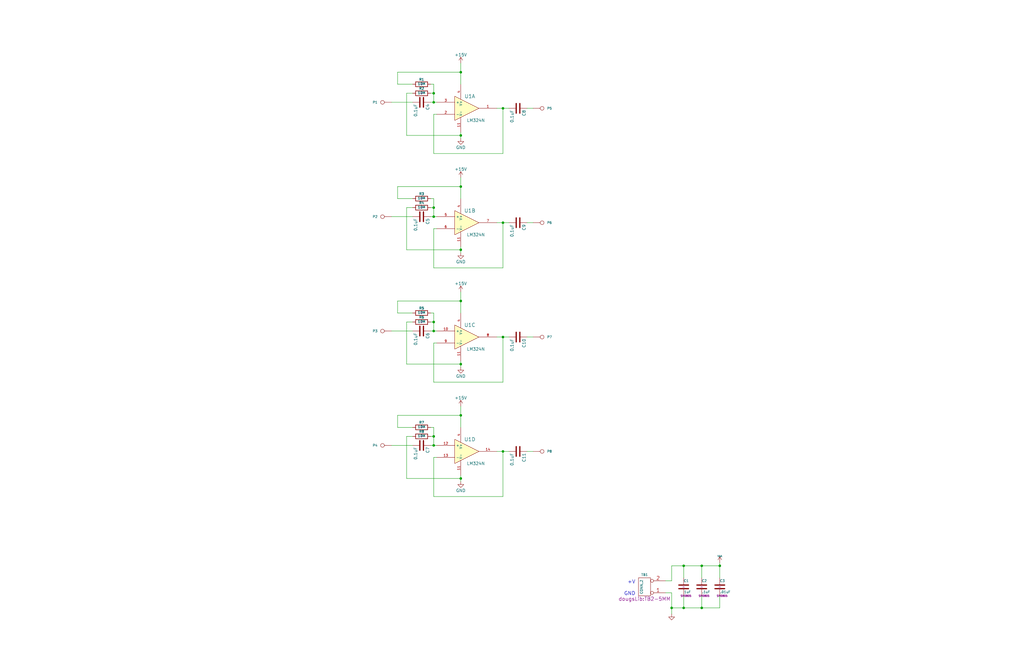
<source format=kicad_sch>
(kicad_sch (version 20211123) (generator eeschema)
  (paper "B")
  (title_block (title "Analog Signal Conditioner") (date "Monday, September 26, 2016") (rev "X1"))
  (lib_symbols
    (symbol "ANA-SIG-CON-rescue:CONN_1" (pin_numbers hide) (pin_names (offset 0.762) hide)
      (property "Reference" "P" (at 2.032 0 0))
      (symbol "CONN_1_0_1"
        (polyline (pts (xy -0.762 0) (xy -1.27 0)))
        (circle (center 0 0) (radius 0.7874))
      )
      (symbol "CONN_1_1_1"
        (pin passive line (at -3.81 0 0) (length 2.54) (name "1") (number "1"))
      )
    )
    (symbol "ANA-SIG-CON-rescue:CONN_2" (pin_names (offset 1.016) hide)
      (property "Reference" "P" (at -1.27 0 90))
      (property "Value" "CONN_2" (at 1.27 0 90))
      (symbol "CONN_2_0_1"
        (rectangle (start -2.54 3.81) (end 2.54 -3.81))
      )
      (symbol "CONN_2_1_1"
        (pin passive inverted (at -8.89 2.54 0) (length 6.35) (name "P1") (number "1"))
        (pin passive inverted (at -8.89 -2.54 0) (length 6.35) (name "PM") (number "2"))
      )
    )
    (symbol "ANA-SIG-CON-rescue:LM324N"
      (property "Reference" "U" (at 1.27 5.08 0))
      (property "Value" "LM324N" (at 3.81 -5.08 0))
      (symbol "LM324N_0_1"
        (polyline (pts (xy -5.08 5.08) (xy 5.08 0) (xy -5.08 -5.08) (xy -5.08 5.08)) (stroke (width 0.1524)) (fill (type background)))
        (pin power_in line (at -2.54 -10.16 90) (length 6.35) (name "V-") (number "11"))
        (pin power_in line (at -2.54 10.16 270) (length 6.35) (name "V+") (number "4"))
      )
      (symbol "LM324N_1_1"
        (pin output line (at 12.7 0 180) (length 7.62) (name "~") (number "1"))
        (pin input line (at -12.7 -2.54 0) (length 7.62) (name "-") (number "2"))
        (pin input line (at -12.7 2.54 0) (length 7.62) (name "+") (number "3"))
      )
      (symbol "LM324N_2_1"
        (pin input line (at -12.7 2.54 0) (length 7.62) (name "+") (number "5"))
        (pin input line (at -12.7 -2.54 0) (length 7.62) (name "-") (number "6"))
        (pin output line (at 12.7 0 180) (length 7.62) (name "~") (number "7"))
      )
      (symbol "LM324N_3_1"
        (pin input line (at -12.7 2.54 0) (length 7.62) (name "+") (number "10"))
        (pin output line (at 12.7 0 180) (length 7.62) (name "~") (number "8"))
        (pin input line (at -12.7 -2.54 0) (length 7.62) (name "-") (number "9"))
      )
      (symbol "LM324N_4_1"
        (pin input line (at -12.7 2.54 0) (length 7.62) (name "+") (number "12"))
        (pin input line (at -12.7 -2.54 0) (length 7.62) (name "-") (number "13"))
        (pin output line (at 12.7 0 180) (length 7.62) (name "~") (number "14"))
      )
    )
    (symbol "Device:C" (pin_numbers hide) (pin_names (offset 0.254))
      (property "Reference" "C" (at 0.635 2.54 0))
      (property "Value" "C" (at 0.635 -2.54 0))
      (symbol "C_0_1"
        (polyline (pts (xy -2.032 -0.762) (xy 2.032 -0.762)) (stroke (width 0.508)))
        (polyline (pts (xy -2.032 0.762) (xy 2.032 0.762)) (stroke (width 0.508)))
      )
      (symbol "C_1_1"
        (pin passive line (at 0 3.81 270) (length 2.794) (name "~") (number "1"))
        (pin passive line (at 0 -3.81 90) (length 2.794) (name "~") (number "2"))
      )
    )
    (symbol "Device:R" (pin_numbers hide) (pin_names (offset 0))
      (property "Reference" "R" (at 2.032 0 90))
      (property "Value" "R" (at 0 0 90))
      (symbol "R_0_1"
        (rectangle (start -1.016 -2.54) (end 1.016 2.54) (stroke (width 0.254)))
      )
      (symbol "R_1_1"
        (pin passive line (at 0 3.81 270) (length 1.27) (name "~") (number "1"))
        (pin passive line (at 0 -3.81 90) (length 1.27) (name "~") (number "2"))
      )
    )
    (symbol "power:+15V" (power) (pin_names (offset 0))
      (property "Value" "+15V" (at 0 3.556 0))
      (symbol "+15V_0_1"
        (polyline (pts (xy -0.762 1.27) (xy 0 2.54)))
        (polyline (pts (xy 0 0) (xy 0 2.54)))
        (polyline (pts (xy 0 2.54) (xy 0.762 1.27)))
      )
      (symbol "+15V_1_1"
        (pin power_in line (at 0 0 90) (length 0) hide (name "+15V") (number "1"))
      )
    )
    (symbol "power:GND" (power) (pin_names (offset 0))
      (property "Value" "GND" (at 0 -3.81 0))
      (symbol "GND_0_1"
        (polyline (pts (xy 0 0) (xy 0 -1.27) (xy 1.27 -1.27) (xy 0 -2.54) (xy -1.27 -1.27) (xy 0 -1.27)))
      )
      (symbol "GND_1_1"
        (pin power_in line (at 0 0 270) (length 0) hide (name "GND") (number "1"))
      )
    )
    (symbol "power:VAA" (power) (pin_names (offset 0))
      (property "Value" "VAA" (at 0 3.81 0))
      (symbol "VAA_0_1"
        (polyline (pts (xy -0.762 1.27) (xy 0 2.54)))
        (polyline (pts (xy 0 0) (xy 0 2.54)))
        (polyline (pts (xy 0 2.54) (xy 0.762 1.27)))
      )
      (symbol "VAA_1_1"
        (pin power_in line (at 0 0 90) (length 0) hide (name "VAA") (number "1"))
      )
    )
  )
  (junction (at 288.29 256.54))
  (junction (at 212.09 190.5))
  (junction (at 194.31 105.41))
  (junction (at 182.88 187.96))
  (junction (at 194.31 153.67))
  (junction (at 194.31 78.74))
  (junction (at 295.91 238.76))
  (junction (at 182.88 184.15))
  (junction (at 288.29 238.76))
  (junction (at 182.88 39.37))
  (junction (at 194.31 30.48))
  (junction (at 182.88 139.7))
  (junction (at 194.31 127))
  (junction (at 194.31 175.26))
  (junction (at 182.88 135.89))
  (junction (at 182.88 87.63))
  (junction (at 212.09 142.24))
  (junction (at 182.88 91.44))
  (junction (at 303.53 238.76))
  (junction (at 283.21 256.54))
  (junction (at 182.88 43.18))
  (junction (at 212.09 93.98))
  (junction (at 212.09 45.72))
  (junction (at 295.91 256.54))
  (junction (at 194.31 57.15))
  (junction (at 194.31 201.93))
  (wire (pts (xy 173.99 180.34) (xy 167.64 180.34)))
  (wire (pts (xy 194.31 153.67) (xy 171.45 153.67)))
  (wire (pts (xy 182.88 83.82) (xy 182.88 87.63)))
  (wire (pts (xy 171.45 201.93) (xy 171.45 184.15)))
  (wire (pts (xy 182.88 209.55) (xy 212.09 209.55)))
  (wire (pts (xy 303.53 256.54) (xy 303.53 251.46)))
  (wire (pts (xy 171.45 105.41) (xy 171.45 87.63)))
  (wire (pts (xy 184.15 48.26) (xy 182.88 48.26)))
  (wire (pts (xy 182.88 139.7) (xy 184.15 139.7)))
  (wire (pts (xy 283.21 245.11) (xy 283.21 238.76)))
  (wire (pts (xy 184.15 144.78) (xy 182.88 144.78)))
  (wire (pts (xy 212.09 142.24) (xy 214.63 142.24)))
  (wire (pts (xy 194.31 105.41) (xy 171.45 105.41)))
  (wire (pts (xy 167.64 127) (xy 194.31 127)))
  (wire (pts (xy 295.91 256.54) (xy 303.53 256.54)))
  (wire (pts (xy 194.31 132.08) (xy 194.31 127)))
  (wire (pts (xy 222.25 142.24) (xy 224.79 142.24)))
  (wire (pts (xy 181.61 132.08) (xy 182.88 132.08)))
  (wire (pts (xy 181.61 87.63) (xy 182.88 87.63)))
  (wire (pts (xy 194.31 35.56) (xy 194.31 30.48)))
  (wire (pts (xy 295.91 238.76) (xy 303.53 238.76)))
  (wire (pts (xy 182.88 184.15) (xy 182.88 187.96)))
  (wire (pts (xy 182.88 43.18) (xy 184.15 43.18)))
  (wire (pts (xy 181.61 139.7) (xy 182.88 139.7)))
  (wire (pts (xy 173.99 91.44) (xy 165.1 91.44)))
  (wire (pts (xy 181.61 91.44) (xy 182.88 91.44)))
  (wire (pts (xy 182.88 132.08) (xy 182.88 135.89)))
  (wire (pts (xy 182.88 35.56) (xy 182.88 39.37)))
  (wire (pts (xy 182.88 161.29) (xy 212.09 161.29)))
  (wire (pts (xy 194.31 57.15) (xy 194.31 58.42)))
  (wire (pts (xy 173.99 132.08) (xy 167.64 132.08)))
  (wire (pts (xy 209.55 142.24) (xy 212.09 142.24)))
  (wire (pts (xy 209.55 45.72) (xy 212.09 45.72)))
  (wire (pts (xy 303.53 237.49) (xy 303.53 238.76)))
  (wire (pts (xy 171.45 184.15) (xy 173.99 184.15)))
  (wire (pts (xy 173.99 83.82) (xy 167.64 83.82)))
  (wire (pts (xy 194.31 201.93) (xy 171.45 201.93)))
  (wire (pts (xy 182.88 48.26) (xy 182.88 64.77)))
  (wire (pts (xy 222.25 93.98) (xy 224.79 93.98)))
  (wire (pts (xy 182.88 187.96) (xy 184.15 187.96)))
  (wire (pts (xy 222.25 45.72) (xy 224.79 45.72)))
  (wire (pts (xy 181.61 35.56) (xy 182.88 35.56)))
  (wire (pts (xy 181.61 187.96) (xy 182.88 187.96)))
  (wire (pts (xy 222.25 190.5) (xy 224.79 190.5)))
  (wire (pts (xy 171.45 39.37) (xy 173.99 39.37)))
  (wire (pts (xy 194.31 152.4) (xy 194.31 153.67)))
  (wire (pts (xy 283.21 256.54) (xy 283.21 259.08)))
  (wire (pts (xy 181.61 135.89) (xy 182.88 135.89)))
  (wire (pts (xy 182.88 91.44) (xy 184.15 91.44)))
  (wire (pts (xy 182.88 113.03) (xy 212.09 113.03)))
  (wire (pts (xy 194.31 127) (xy 194.31 123.19)))
  (wire (pts (xy 288.29 251.46) (xy 288.29 256.54)))
  (wire (pts (xy 171.45 135.89) (xy 173.99 135.89)))
  (wire (pts (xy 182.88 96.52) (xy 182.88 113.03)))
  (wire (pts (xy 194.31 104.14) (xy 194.31 105.41)))
  (wire (pts (xy 194.31 83.82) (xy 194.31 78.74)))
  (wire (pts (xy 184.15 193.04) (xy 182.88 193.04)))
  (wire (pts (xy 167.64 30.48) (xy 194.31 30.48)))
  (wire (pts (xy 167.64 175.26) (xy 194.31 175.26)))
  (wire (pts (xy 212.09 113.03) (xy 212.09 93.98)))
  (wire (pts (xy 212.09 161.29) (xy 212.09 142.24)))
  (wire (pts (xy 182.88 87.63) (xy 182.88 91.44)))
  (wire (pts (xy 194.31 153.67) (xy 194.31 154.94)))
  (wire (pts (xy 194.31 30.48) (xy 194.31 26.67)))
  (wire (pts (xy 212.09 190.5) (xy 214.63 190.5)))
  (wire (pts (xy 194.31 180.34) (xy 194.31 175.26)))
  (wire (pts (xy 280.67 245.11) (xy 283.21 245.11)))
  (wire (pts (xy 182.88 180.34) (xy 182.88 184.15)))
  (wire (pts (xy 288.29 238.76) (xy 295.91 238.76)))
  (wire (pts (xy 283.21 238.76) (xy 288.29 238.76)))
  (wire (pts (xy 182.88 144.78) (xy 182.88 161.29)))
  (wire (pts (xy 194.31 200.66) (xy 194.31 201.93)))
  (wire (pts (xy 209.55 93.98) (xy 212.09 93.98)))
  (wire (pts (xy 212.09 209.55) (xy 212.09 190.5)))
  (wire (pts (xy 194.31 105.41) (xy 194.31 106.68)))
  (wire (pts (xy 212.09 45.72) (xy 214.63 45.72)))
  (wire (pts (xy 167.64 78.74) (xy 194.31 78.74)))
  (wire (pts (xy 283.21 256.54) (xy 288.29 256.54)))
  (wire (pts (xy 194.31 55.88) (xy 194.31 57.15)))
  (wire (pts (xy 288.29 243.84) (xy 288.29 238.76)))
  (wire (pts (xy 167.64 132.08) (xy 167.64 127)))
  (wire (pts (xy 181.61 184.15) (xy 182.88 184.15)))
  (wire (pts (xy 194.31 78.74) (xy 194.31 74.93)))
  (wire (pts (xy 167.64 83.82) (xy 167.64 78.74)))
  (wire (pts (xy 182.88 193.04) (xy 182.88 209.55)))
  (wire (pts (xy 181.61 43.18) (xy 182.88 43.18)))
  (wire (pts (xy 209.55 190.5) (xy 212.09 190.5)))
  (wire (pts (xy 212.09 64.77) (xy 212.09 45.72)))
  (wire (pts (xy 194.31 175.26) (xy 194.31 171.45)))
  (wire (pts (xy 171.45 153.67) (xy 171.45 135.89)))
  (wire (pts (xy 194.31 57.15) (xy 171.45 57.15)))
  (wire (pts (xy 173.99 139.7) (xy 165.1 139.7)))
  (wire (pts (xy 181.61 180.34) (xy 182.88 180.34)))
  (wire (pts (xy 194.31 201.93) (xy 194.31 203.2)))
  (wire (pts (xy 295.91 243.84) (xy 295.91 238.76)))
  (wire (pts (xy 182.88 135.89) (xy 182.88 139.7)))
  (wire (pts (xy 167.64 180.34) (xy 167.64 175.26)))
  (wire (pts (xy 283.21 250.19) (xy 283.21 256.54)))
  (wire (pts (xy 303.53 238.76) (xy 303.53 243.84)))
  (wire (pts (xy 295.91 256.54) (xy 295.91 251.46)))
  (wire (pts (xy 181.61 83.82) (xy 182.88 83.82)))
  (wire (pts (xy 173.99 187.96) (xy 165.1 187.96)))
  (wire (pts (xy 167.64 35.56) (xy 167.64 30.48)))
  (wire (pts (xy 212.09 93.98) (xy 214.63 93.98)))
  (wire (pts (xy 173.99 35.56) (xy 167.64 35.56)))
  (wire (pts (xy 184.15 96.52) (xy 182.88 96.52)))
  (wire (pts (xy 280.67 250.19) (xy 283.21 250.19)))
  (wire (pts (xy 171.45 57.15) (xy 171.45 39.37)))
  (wire (pts (xy 173.99 43.18) (xy 165.1 43.18)))
  (wire (pts (xy 288.29 256.54) (xy 295.91 256.54)))
  (wire (pts (xy 181.61 39.37) (xy 182.88 39.37)))
  (wire (pts (xy 182.88 39.37) (xy 182.88 43.18)))
  (wire (pts (xy 182.88 64.77) (xy 212.09 64.77)))
  (wire (pts (xy 171.45 87.63) (xy 173.99 87.63)))
  (text "+V\n\nGND" (at 267.97 251.46 180) (effects (font (size 1.524 1.524)) (justify right bottom)))
  (symbol (lib_id "ANA-SIG-CON-rescue:LM324N") (at 196.85 45.72 0) (unit 1)
    (property "Reference" "U1" (at 198.12 40.64 0) (effects (font (size 1.524 1.524))))
    (property "Value" "LM324N" (at 200.66 50.8 0))
    (property "Footprint" "so-14" (effects hide))
  )
  (symbol (lib_id "ANA-SIG-CON-rescue:CONN_2") (at 271.78 247.65 180) (unit 1)
    (property "Reference" "TB1" (at 271.78 242.57 0) (effects (font (size 1.016 1.016))))
    (property "Value" "CONN_2" (at 270.51 247.65 90) (effects (font (size 1.016 1.016))))
    (property "Footprint" "dougsLib:TB2-5MM" (at 271.78 252.73 0) (effects (font (size 1.524 1.524))))
  )
  (symbol (lib_id "Device:C") (at 288.29 247.65 0) (unit 1)
    (property "Reference" "C1" (at 288.29 245.11 0) (effects (font (size 1.016 1.016)) (justify left)))
    (property "Value" "1uF" (at 288.4424 249.809 0) (effects (font (size 1.016 1.016)) (justify left)))
    (property "Footprint" "SM0805" (at 289.2552 251.46 0) (effects (font (size 0.762 0.762))))
    (property "Datasheet" "~" (at 288.29 247.65 0) (effects (font (size 1.524 1.524))))
  )
  (symbol (lib_id "Device:C") (at 295.91 247.65 0) (unit 1)
    (property "Reference" "C2" (at 295.91 245.11 0) (effects (font (size 1.016 1.016)) (justify left)))
    (property "Value" ".1uF" (at 296.0624 249.809 0) (effects (font (size 1.016 1.016)) (justify left)))
    (property "Footprint" "SM0805" (at 296.8752 251.46 0) (effects (font (size 0.762 0.762))))
    (property "Datasheet" "~" (at 295.91 247.65 0) (effects (font (size 1.524 1.524))))
  )
  (symbol (lib_id "Device:C") (at 303.53 247.65 0) (unit 1)
    (property "Reference" "C3" (at 303.53 245.11 0) (effects (font (size 1.016 1.016)) (justify left)))
    (property "Value" ".01uF" (at 303.6824 249.809 0) (effects (font (size 1.016 1.016)) (justify left)))
    (property "Footprint" "SM0805" (at 304.4952 251.46 0) (effects (font (size 0.762 0.762))))
    (property "Datasheet" "~" (at 303.53 247.65 0) (effects (font (size 1.524 1.524))))
  )
  (symbol (lib_id "power:GND") (at 283.21 259.08 0) (unit 1)
    (property "Reference" "#PWR9" (effects hide))
    (property "Value" "GND" (effects hide))
  )
  (symbol (lib_id "power:VAA") (at 303.53 237.49 0) (unit 1)
    (property "Reference" "#PWR10" (effects hide))
    (property "Value" "VAA" (at 303.53 234.696 0) (effects (font (size 0.762 0.762))))
  )
  (symbol (lib_id "Device:R") (at 177.8 39.37 90) (unit 1)
    (property "Reference" "R2" (at 177.8 37.338 90) (effects (font (size 1.016 1.016))))
    (property "Value" "10M" (at 177.7746 39.1922 90) (effects (font (size 1.016 1.016))))
    (property "Footprint" "Resistors_SMD:R_0805_HandSoldering" (effects hide))
    (property "Datasheet" "~" (at 177.8 39.37 0) (effects (font (size 0.762 0.762))))
  )
  (symbol (lib_id "Device:C") (at 177.8 43.18 270) (unit 1)
    (property "Reference" "C4" (at 180.34 43.815 0) (effects (justify left)))
    (property "Value" "0.1uF" (at 175.26 43.815 0) (effects (justify left)))
  )
  (symbol (lib_id "Device:R") (at 177.8 35.56 90) (unit 1)
    (property "Reference" "R1" (at 177.8 33.528 90) (effects (font (size 1.016 1.016))))
    (property "Value" "10M" (at 177.7746 35.3822 90) (effects (font (size 1.016 1.016))))
    (property "Footprint" "Resistors_SMD:R_0805_HandSoldering" (effects hide))
    (property "Datasheet" "~" (at 177.8 35.56 0) (effects (font (size 0.762 0.762))))
  )
  (symbol (lib_id "power:+15V") (at 194.31 26.67 0) (unit 1)
    (property "Reference" "#PWR1" (effects hide))
    (property "Value" "+15V" (at 194.31 23.114 0))
  )
  (symbol (lib_id "power:GND") (at 194.31 58.42 0) (unit 1)
    (property "Reference" "#PWR2" (effects hide))
    (property "Value" "GND" (at 194.31 62.23 0))
  )
  (symbol (lib_id "ANA-SIG-CON-rescue:CONN_1") (at 161.29 43.18 180) (unit 1)
    (property "Reference" "P1" (at 159.258 43.18 0) (effects (font (size 1.016 1.016)) (justify left)))
    (property "Value" "CONN_1" (effects hide))
  )
  (symbol (lib_id "ANA-SIG-CON-rescue:LM324N") (at 196.85 93.98 0) (unit 2)
    (property "Reference" "U1" (at 198.12 88.9 0) (effects (font (size 1.524 1.524))))
    (property "Value" "LM324N" (at 200.66 99.06 0))
    (property "Footprint" "so-14" (effects hide))
  )
  (symbol (lib_id "Device:R") (at 177.8 87.63 90) (unit 1)
    (property "Reference" "R4" (at 177.8 85.598 90) (effects (font (size 1.016 1.016))))
    (property "Value" "10M" (at 177.7746 87.4522 90) (effects (font (size 1.016 1.016))))
    (property "Footprint" "Resistors_SMD:R_0805_HandSoldering" (effects hide))
    (property "Datasheet" "~" (at 177.8 87.63 0) (effects (font (size 0.762 0.762))))
  )
  (symbol (lib_id "Device:C") (at 177.8 91.44 270) (unit 1)
    (property "Reference" "C5" (at 180.34 92.075 0) (effects (justify left)))
    (property "Value" "0.1uF" (at 175.26 92.075 0) (effects (justify left)))
  )
  (symbol (lib_id "Device:R") (at 177.8 83.82 90) (unit 1)
    (property "Reference" "R3" (at 177.8 81.788 90) (effects (font (size 1.016 1.016))))
    (property "Value" "10M" (at 177.7746 83.6422 90) (effects (font (size 1.016 1.016))))
    (property "Footprint" "Resistors_SMD:R_0805_HandSoldering" (effects hide))
    (property "Datasheet" "~" (at 177.8 83.82 0) (effects (font (size 0.762 0.762))))
  )
  (symbol (lib_id "power:+15V") (at 194.31 74.93 0) (unit 1)
    (property "Reference" "#PWR3" (effects hide))
    (property "Value" "+15V" (at 194.31 71.374 0))
  )
  (symbol (lib_id "power:GND") (at 194.31 106.68 0) (unit 1)
    (property "Reference" "#PWR4" (effects hide))
    (property "Value" "GND" (at 194.31 110.49 0))
  )
  (symbol (lib_id "ANA-SIG-CON-rescue:CONN_1") (at 161.29 91.44 180) (unit 1)
    (property "Reference" "P2" (at 159.258 91.44 0) (effects (font (size 1.016 1.016)) (justify left)))
    (property "Value" "CONN_1" (effects hide))
  )
  (symbol (lib_id "ANA-SIG-CON-rescue:LM324N") (at 196.85 142.24 0) (unit 3)
    (property "Reference" "U1" (at 198.12 137.16 0) (effects (font (size 1.524 1.524))))
    (property "Value" "LM324N" (at 200.66 147.32 0))
    (property "Footprint" "so-14" (effects hide))
  )
  (symbol (lib_id "Device:R") (at 177.8 135.89 90) (unit 1)
    (property "Reference" "R6" (at 177.8 133.858 90) (effects (font (size 1.016 1.016))))
    (property "Value" "10M" (at 177.7746 135.7122 90) (effects (font (size 1.016 1.016))))
    (property "Footprint" "Resistors_SMD:R_0805_HandSoldering" (effects hide))
    (property "Datasheet" "~" (at 177.8 135.89 0) (effects (font (size 0.762 0.762))))
  )
  (symbol (lib_id "Device:C") (at 177.8 139.7 270) (unit 1)
    (property "Reference" "C6" (at 180.34 140.335 0) (effects (justify left)))
    (property "Value" "0.1uF" (at 175.26 140.335 0) (effects (justify left)))
  )
  (symbol (lib_id "Device:R") (at 177.8 132.08 90) (unit 1)
    (property "Reference" "R5" (at 177.8 130.048 90) (effects (font (size 1.016 1.016))))
    (property "Value" "10M" (at 177.7746 131.9022 90) (effects (font (size 1.016 1.016))))
    (property "Footprint" "Resistors_SMD:R_0805_HandSoldering" (effects hide))
    (property "Datasheet" "~" (at 177.8 132.08 0) (effects (font (size 0.762 0.762))))
  )
  (symbol (lib_id "power:+15V") (at 194.31 123.19 0) (unit 1)
    (property "Reference" "#PWR5" (effects hide))
    (property "Value" "+15V" (at 194.31 119.634 0))
  )
  (symbol (lib_id "power:GND") (at 194.31 154.94 0) (unit 1)
    (property "Reference" "#PWR6" (effects hide))
    (property "Value" "GND" (at 194.31 158.75 0))
  )
  (symbol (lib_id "ANA-SIG-CON-rescue:CONN_1") (at 161.29 139.7 180) (unit 1)
    (property "Reference" "P3" (at 159.258 139.7 0) (effects (font (size 1.016 1.016)) (justify left)))
    (property "Value" "CONN_1" (effects hide))
  )
  (symbol (lib_id "ANA-SIG-CON-rescue:LM324N") (at 196.85 190.5 0) (unit 4)
    (property "Reference" "U1" (at 198.12 185.42 0) (effects (font (size 1.524 1.524))))
    (property "Value" "LM324N" (at 200.66 195.58 0))
    (property "Footprint" "so-14" (effects hide))
  )
  (symbol (lib_id "Device:R") (at 177.8 184.15 90) (unit 1)
    (property "Reference" "R8" (at 177.8 182.118 90) (effects (font (size 1.016 1.016))))
    (property "Value" "10M" (at 177.7746 183.9722 90) (effects (font (size 1.016 1.016))))
    (property "Footprint" "Resistors_SMD:R_0805_HandSoldering" (effects hide))
    (property "Datasheet" "~" (at 177.8 184.15 0) (effects (font (size 0.762 0.762))))
  )
  (symbol (lib_id "Device:C") (at 177.8 187.96 270) (unit 1)
    (property "Reference" "C7" (at 180.34 188.595 0) (effects (justify left)))
    (property "Value" "0.1uF" (at 175.26 188.595 0) (effects (justify left)))
  )
  (symbol (lib_id "Device:R") (at 177.8 180.34 90) (unit 1)
    (property "Reference" "R7" (at 177.8 178.308 90) (effects (font (size 1.016 1.016))))
    (property "Value" "10M" (at 177.7746 180.1622 90) (effects (font (size 1.016 1.016))))
    (property "Footprint" "Resistors_SMD:R_0805_HandSoldering" (effects hide))
    (property "Datasheet" "~" (at 177.8 180.34 0) (effects (font (size 0.762 0.762))))
  )
  (symbol (lib_id "power:+15V") (at 194.31 171.45 0) (unit 1)
    (property "Reference" "#PWR7" (effects hide))
    (property "Value" "+15V" (at 194.31 167.894 0))
  )
  (symbol (lib_id "power:GND") (at 194.31 203.2 0) (unit 1)
    (property "Reference" "#PWR8" (effects hide))
    (property "Value" "GND" (at 194.31 207.01 0))
  )
  (symbol (lib_id "ANA-SIG-CON-rescue:CONN_1") (at 161.29 187.96 180) (unit 1)
    (property "Reference" "P4" (at 159.258 187.96 0) (effects (font (size 1.016 1.016)) (justify left)))
    (property "Value" "CONN_1" (effects hide))
  )
  (symbol (lib_id "Device:C") (at 218.44 45.72 270) (unit 1)
    (property "Reference" "C8" (at 220.98 46.355 0) (effects (justify left)))
    (property "Value" "0.1uF" (at 215.9 46.355 0) (effects (justify left)))
  )
  (symbol (lib_id "ANA-SIG-CON-rescue:CONN_1") (at 228.6 45.72 0) (unit 1)
    (property "Reference" "P5" (at 230.632 45.72 0) (effects (font (size 1.016 1.016)) (justify left)))
    (property "Value" "CONN_1" (effects hide))
  )
  (symbol (lib_id "Device:C") (at 218.44 93.98 270) (unit 1)
    (property "Reference" "C9" (at 220.98 94.615 0) (effects (justify left)))
    (property "Value" "0.1uF" (at 215.9 94.615 0) (effects (justify left)))
  )
  (symbol (lib_id "ANA-SIG-CON-rescue:CONN_1") (at 228.6 93.98 0) (unit 1)
    (property "Reference" "P6" (at 230.632 93.98 0) (effects (font (size 1.016 1.016)) (justify left)))
    (property "Value" "CONN_1" (effects hide))
  )
  (symbol (lib_id "Device:C") (at 218.44 142.24 270) (unit 1)
    (property "Reference" "C10" (at 220.98 142.875 0) (effects (justify left)))
    (property "Value" "0.1uF" (at 215.9 142.875 0) (effects (justify left)))
  )
  (symbol (lib_id "ANA-SIG-CON-rescue:CONN_1") (at 228.6 142.24 0) (unit 1)
    (property "Reference" "P7" (at 230.632 142.24 0) (effects (font (size 1.016 1.016)) (justify left)))
    (property "Value" "CONN_1" (effects hide))
  )
  (symbol (lib_id "Device:C") (at 218.44 190.5 270) (unit 1)
    (property "Reference" "C11" (at 220.98 191.135 0) (effects (justify left)))
    (property "Value" "0.1uF" (at 215.9 191.135 0) (effects (justify left)))
  )
  (symbol (lib_id "ANA-SIG-CON-rescue:CONN_1") (at 228.6 190.5 0) (unit 1)
    (property "Reference" "P8" (at 230.632 190.5 0) (effects (font (size 1.016 1.016)) (justify left)))
    (property "Value" "CONN_1" (effects hide))
  )
)
</source>
